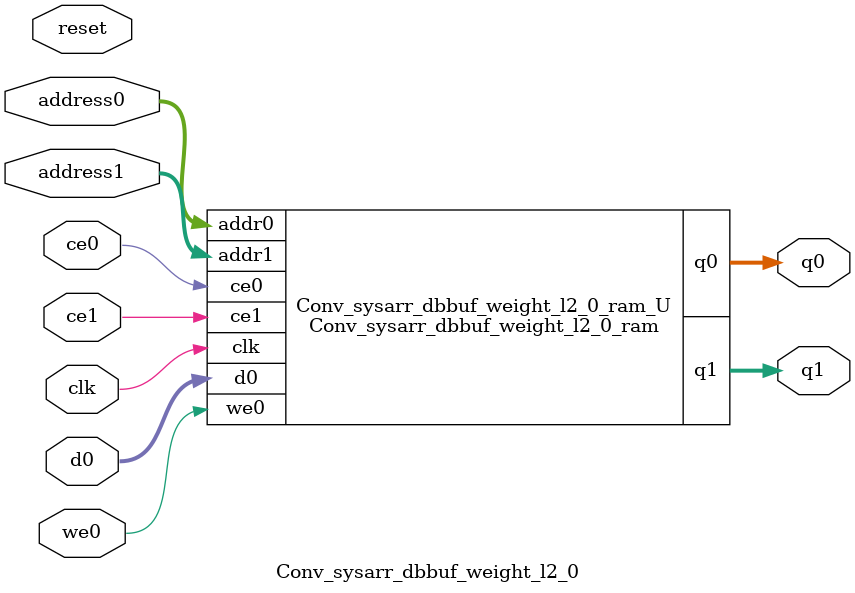
<source format=v>
`timescale 1 ns / 1 ps
module Conv_sysarr_dbbuf_weight_l2_0_ram (addr0, ce0, d0, we0, q0, addr1, ce1, q1,  clk);

parameter DWIDTH = 8;
parameter AWIDTH = 9;
parameter MEM_SIZE = 512;

input[AWIDTH-1:0] addr0;
input ce0;
input[DWIDTH-1:0] d0;
input we0;
output reg[DWIDTH-1:0] q0;
input[AWIDTH-1:0] addr1;
input ce1;
output reg[DWIDTH-1:0] q1;
input clk;

(* ram_style = "block" *)reg [DWIDTH-1:0] ram[0:MEM_SIZE-1];




always @(posedge clk)  
begin 
    if (ce0) begin
        if (we0) 
            ram[addr0] <= d0; 
        q0 <= ram[addr0];
    end
end


always @(posedge clk)  
begin 
    if (ce1) begin
        q1 <= ram[addr1];
    end
end


endmodule

`timescale 1 ns / 1 ps
module Conv_sysarr_dbbuf_weight_l2_0(
    reset,
    clk,
    address0,
    ce0,
    we0,
    d0,
    q0,
    address1,
    ce1,
    q1);

parameter DataWidth = 32'd8;
parameter AddressRange = 32'd512;
parameter AddressWidth = 32'd9;
input reset;
input clk;
input[AddressWidth - 1:0] address0;
input ce0;
input we0;
input[DataWidth - 1:0] d0;
output[DataWidth - 1:0] q0;
input[AddressWidth - 1:0] address1;
input ce1;
output[DataWidth - 1:0] q1;



Conv_sysarr_dbbuf_weight_l2_0_ram Conv_sysarr_dbbuf_weight_l2_0_ram_U(
    .clk( clk ),
    .addr0( address0 ),
    .ce0( ce0 ),
    .we0( we0 ),
    .d0( d0 ),
    .q0( q0 ),
    .addr1( address1 ),
    .ce1( ce1 ),
    .q1( q1 ));

endmodule


</source>
